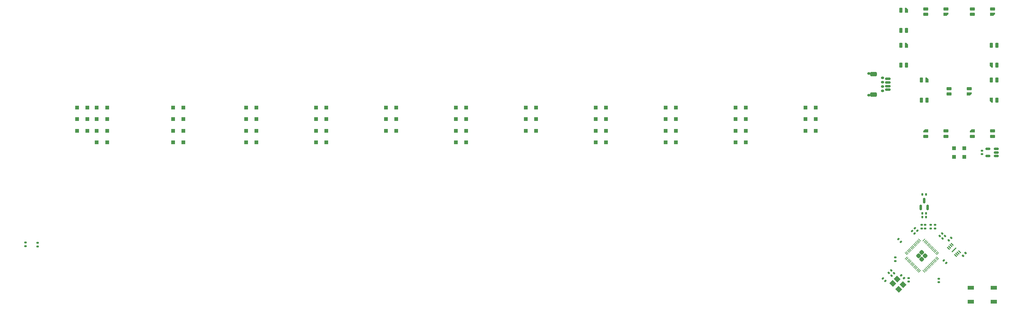
<source format=gbr>
%TF.GenerationSoftware,KiCad,Pcbnew,8.0.5*%
%TF.CreationDate,2024-09-30T13:41:40+02:00*%
%TF.ProjectId,eurovISOn,6575726f-7649-4534-9f6e-2e6b69636164,rev?*%
%TF.SameCoordinates,Original*%
%TF.FileFunction,Paste,Bot*%
%TF.FilePolarity,Positive*%
%FSLAX46Y46*%
G04 Gerber Fmt 4.6, Leading zero omitted, Abs format (unit mm)*
G04 Created by KiCad (PCBNEW 8.0.5) date 2024-09-30 13:41:40*
%MOMM*%
%LPD*%
G01*
G04 APERTURE LIST*
G04 Aperture macros list*
%AMRoundRect*
0 Rectangle with rounded corners*
0 $1 Rounding radius*
0 $2 $3 $4 $5 $6 $7 $8 $9 X,Y pos of 4 corners*
0 Add a 4 corners polygon primitive as box body*
4,1,4,$2,$3,$4,$5,$6,$7,$8,$9,$2,$3,0*
0 Add four circle primitives for the rounded corners*
1,1,$1+$1,$2,$3*
1,1,$1+$1,$4,$5*
1,1,$1+$1,$6,$7*
1,1,$1+$1,$8,$9*
0 Add four rect primitives between the rounded corners*
20,1,$1+$1,$2,$3,$4,$5,0*
20,1,$1+$1,$4,$5,$6,$7,0*
20,1,$1+$1,$6,$7,$8,$9,0*
20,1,$1+$1,$8,$9,$2,$3,0*%
%AMRotRect*
0 Rectangle, with rotation*
0 The origin of the aperture is its center*
0 $1 length*
0 $2 width*
0 $3 Rotation angle, in degrees counterclockwise*
0 Add horizontal line*
21,1,$1,$2,0,0,$3*%
%AMFreePoly0*
4,1,18,-0.410000,0.593000,-0.403758,0.624380,-0.385983,0.650983,-0.359380,0.668758,-0.328000,0.675000,0.328000,0.675000,0.359380,0.668758,0.385983,0.650983,0.403758,0.624380,0.410000,0.593000,0.410000,-0.593000,0.403758,-0.624380,0.385983,-0.650983,0.359380,-0.668758,0.328000,-0.675000,0.000000,-0.675000,-0.410000,-0.265000,-0.410000,0.593000,-0.410000,0.593000,$1*%
G04 Aperture macros list end*
%ADD10RoundRect,0.150000X0.150000X-0.587500X0.150000X0.587500X-0.150000X0.587500X-0.150000X-0.587500X0*%
%ADD11RoundRect,0.250000X0.300000X0.300000X-0.300000X0.300000X-0.300000X-0.300000X0.300000X-0.300000X0*%
%ADD12RoundRect,0.140000X-0.219203X-0.021213X-0.021213X-0.219203X0.219203X0.021213X0.021213X0.219203X0*%
%ADD13RoundRect,0.082000X-0.328000X-0.593000X0.328000X-0.593000X0.328000X0.593000X-0.328000X0.593000X0*%
%ADD14FreePoly0,0.000000*%
%ADD15RoundRect,0.140000X0.219203X0.021213X0.021213X0.219203X-0.219203X-0.021213X-0.021213X-0.219203X0*%
%ADD16RoundRect,0.082000X-0.593000X0.328000X-0.593000X-0.328000X0.593000X-0.328000X0.593000X0.328000X0*%
%ADD17FreePoly0,270.000000*%
%ADD18RoundRect,0.250000X-0.300000X-0.300000X0.300000X-0.300000X0.300000X0.300000X-0.300000X0.300000X0*%
%ADD19RoundRect,0.082000X0.328000X0.593000X-0.328000X0.593000X-0.328000X-0.593000X0.328000X-0.593000X0*%
%ADD20FreePoly0,180.000000*%
%ADD21RoundRect,0.140000X-0.170000X0.140000X-0.170000X-0.140000X0.170000X-0.140000X0.170000X0.140000X0*%
%ADD22RoundRect,0.135000X-0.185000X0.135000X-0.185000X-0.135000X0.185000X-0.135000X0.185000X0.135000X0*%
%ADD23RoundRect,0.150000X0.625000X-0.150000X0.625000X0.150000X-0.625000X0.150000X-0.625000X-0.150000X0*%
%ADD24RoundRect,0.250000X0.650000X-0.350000X0.650000X0.350000X-0.650000X0.350000X-0.650000X-0.350000X0*%
%ADD25RoundRect,0.250000X0.413257X0.000000X0.000000X0.413257X-0.413257X0.000000X0.000000X-0.413257X0*%
%ADD26RoundRect,0.050000X0.309359X-0.238649X-0.238649X0.309359X-0.309359X0.238649X0.238649X-0.309359X0*%
%ADD27RoundRect,0.050000X0.309359X0.238649X0.238649X0.309359X-0.309359X-0.238649X-0.238649X-0.309359X0*%
%ADD28RoundRect,0.140000X0.170000X-0.140000X0.170000X0.140000X-0.170000X0.140000X-0.170000X-0.140000X0*%
%ADD29RoundRect,0.082000X0.593000X-0.328000X0.593000X0.328000X-0.593000X0.328000X-0.593000X-0.328000X0*%
%ADD30FreePoly0,90.000000*%
%ADD31RoundRect,0.150000X0.512500X0.150000X-0.512500X0.150000X-0.512500X-0.150000X0.512500X-0.150000X0*%
%ADD32RoundRect,0.140000X0.021213X-0.219203X0.219203X-0.021213X-0.021213X0.219203X-0.219203X0.021213X0*%
%ADD33RoundRect,0.140000X-0.140000X-0.170000X0.140000X-0.170000X0.140000X0.170000X-0.140000X0.170000X0*%
%ADD34RotRect,1.400000X1.200000X315.000000*%
%ADD35RoundRect,0.140000X0.140000X0.170000X-0.140000X0.170000X-0.140000X-0.170000X0.140000X-0.170000X0*%
%ADD36RoundRect,0.135000X-0.226274X-0.035355X-0.035355X-0.226274X0.226274X0.035355X0.035355X0.226274X0*%
%ADD37RotRect,0.900000X0.300000X135.000000*%
%ADD38RotRect,1.650000X0.250000X45.000000*%
%ADD39RoundRect,0.150000X0.275000X-0.150000X0.275000X0.150000X-0.275000X0.150000X-0.275000X-0.150000X0*%
%ADD40RoundRect,0.175000X0.225000X-0.175000X0.225000X0.175000X-0.225000X0.175000X-0.225000X-0.175000X0*%
%ADD41RoundRect,0.140000X-0.021213X0.219203X-0.219203X0.021213X0.021213X-0.219203X0.219203X-0.021213X0*%
%ADD42RoundRect,0.135000X0.035355X-0.226274X0.226274X-0.035355X-0.035355X0.226274X-0.226274X0.035355X0*%
%ADD43R,1.700000X1.000000*%
G04 APERTURE END LIST*
D10*
%TO.C,U4*%
X263681250Y-73312500D03*
X261781250Y-73312500D03*
X262731250Y-71437500D03*
%TD*%
D11*
%TO.C,D3*%
X60931250Y-46037500D03*
X58131250Y-46037500D03*
%TD*%
D12*
%TO.C,C3*%
X251460141Y-92668543D03*
X252138963Y-93347365D03*
%TD*%
D13*
%TO.C,LED2*%
X282531250Y-38550000D03*
X281031250Y-38550000D03*
X282531250Y-44000000D03*
D14*
X281031250Y-44000000D03*
%TD*%
D11*
%TO.C,D40*%
X60931250Y-55562500D03*
X58131250Y-55562500D03*
%TD*%
D15*
%TO.C,C9*%
X260853629Y-79683280D03*
X260174807Y-79004458D03*
%TD*%
D16*
%TO.C,LED1*%
X281331250Y-53931250D03*
X281331250Y-52431250D03*
X275881250Y-53931250D03*
D17*
X275881250Y-52431250D03*
%TD*%
D11*
%TO.C,D33*%
X156975000Y-52387500D03*
X154175000Y-52387500D03*
%TD*%
D18*
%TO.C,D14*%
X31937500Y-49212500D03*
X34737500Y-49212500D03*
%TD*%
%TO.C,D26*%
X31937500Y-52387500D03*
X34737500Y-52387500D03*
%TD*%
D19*
%TO.C,LED7*%
X256425000Y-34475000D03*
X257925000Y-34475000D03*
X256425000Y-29025000D03*
D20*
X257925000Y-29025000D03*
%TD*%
D21*
%TO.C,C2*%
X258514600Y-92592144D03*
X258514600Y-93552144D03*
%TD*%
D11*
%TO.C,D24*%
X214125000Y-49212500D03*
X211325000Y-49212500D03*
%TD*%
%TO.C,D42*%
X99825000Y-55562500D03*
X97025000Y-55562500D03*
%TD*%
D21*
%TO.C,C11*%
X266700000Y-92788750D03*
X266700000Y-93748750D03*
%TD*%
D11*
%TO.C,D23*%
X195075000Y-49212500D03*
X192275000Y-49212500D03*
%TD*%
%TO.C,D28*%
X60931250Y-52387500D03*
X58131250Y-52387500D03*
%TD*%
%TO.C,D6*%
X118875000Y-46037500D03*
X116075000Y-46037500D03*
%TD*%
D13*
%TO.C,LED3*%
X282531250Y-29025000D03*
X281031250Y-29025000D03*
X282531250Y-34475000D03*
D14*
X281031250Y-34475000D03*
%TD*%
D22*
%TO.C,R5*%
X264475000Y-78071250D03*
X264475000Y-79091250D03*
%TD*%
D11*
%TO.C,D4*%
X80775000Y-46037500D03*
X77975000Y-46037500D03*
%TD*%
%TO.C,D7*%
X137925000Y-46037500D03*
X135125000Y-46037500D03*
%TD*%
%TO.C,D10*%
X195075000Y-46037500D03*
X192275000Y-46037500D03*
%TD*%
%TO.C,D9*%
X176025000Y-46037500D03*
X173225000Y-46037500D03*
%TD*%
D16*
%TO.C,LED9*%
X268631250Y-53931250D03*
X268631250Y-52431250D03*
X263181250Y-53931250D03*
D17*
X263181250Y-52431250D03*
%TD*%
D11*
%TO.C,D25*%
X233175000Y-49212500D03*
X230375000Y-49212500D03*
%TD*%
%TO.C,D22*%
X176025000Y-49212500D03*
X173225000Y-49212500D03*
%TD*%
D23*
%TO.C,J2*%
X252825000Y-41187500D03*
X252825000Y-40187500D03*
X252825000Y-39187500D03*
X252825000Y-38187500D03*
D24*
X248950000Y-42487500D03*
X248950000Y-36887500D03*
%TD*%
D25*
%TO.C,U3*%
X262093750Y-87420311D03*
X262995311Y-86518750D03*
X261192189Y-86518750D03*
X262093750Y-85617189D03*
D26*
X266362907Y-87110952D03*
X266080064Y-87393795D03*
X265797222Y-87676637D03*
X265514379Y-87959480D03*
X265231536Y-88242323D03*
X264948694Y-88525165D03*
X264665851Y-88808008D03*
X264383008Y-89090851D03*
X264100165Y-89373694D03*
X263817323Y-89656536D03*
X263534480Y-89939379D03*
X263251637Y-90222222D03*
X262968795Y-90505064D03*
X262685952Y-90787907D03*
D27*
X261501548Y-90787907D03*
X261218705Y-90505064D03*
X260935863Y-90222222D03*
X260653020Y-89939379D03*
X260370177Y-89656536D03*
X260087335Y-89373694D03*
X259804492Y-89090851D03*
X259521649Y-88808008D03*
X259238806Y-88525165D03*
X258955964Y-88242323D03*
X258673121Y-87959480D03*
X258390278Y-87676637D03*
X258107436Y-87393795D03*
X257824593Y-87110952D03*
D26*
X257824593Y-85926548D03*
X258107436Y-85643705D03*
X258390278Y-85360863D03*
X258673121Y-85078020D03*
X258955964Y-84795177D03*
X259238806Y-84512335D03*
X259521649Y-84229492D03*
X259804492Y-83946649D03*
X260087335Y-83663806D03*
X260370177Y-83380964D03*
X260653020Y-83098121D03*
X260935863Y-82815278D03*
X261218705Y-82532436D03*
X261501548Y-82249593D03*
D27*
X262685952Y-82249593D03*
X262968795Y-82532436D03*
X263251637Y-82815278D03*
X263534480Y-83098121D03*
X263817323Y-83380964D03*
X264100165Y-83663806D03*
X264383008Y-83946649D03*
X264665851Y-84229492D03*
X264948694Y-84512335D03*
X265231536Y-84795177D03*
X265514379Y-85078020D03*
X265797222Y-85360863D03*
X266080064Y-85643705D03*
X266362907Y-85926548D03*
%TD*%
D11*
%TO.C,D31*%
X118875000Y-52387500D03*
X116075000Y-52387500D03*
%TD*%
%TO.C,D12*%
X233175000Y-46037500D03*
X230375000Y-46037500D03*
%TD*%
D28*
%TO.C,C8*%
X262093750Y-79061250D03*
X262093750Y-78101250D03*
%TD*%
%TO.C,C1*%
X278473876Y-58774739D03*
X278473876Y-57814739D03*
%TD*%
D29*
%TO.C,LED10*%
X269531250Y-40850000D03*
X269531250Y-42350000D03*
X274981250Y-40850000D03*
D30*
X274981250Y-42350000D03*
%TD*%
D31*
%TO.C,U1*%
X282336376Y-57344739D03*
X282336376Y-58294739D03*
X282336376Y-59244739D03*
X280061376Y-59244739D03*
X280061376Y-57344739D03*
%TD*%
D32*
%TO.C,C18*%
X269409646Y-82283577D03*
X270088468Y-81604755D03*
%TD*%
D15*
%TO.C,C10*%
X260146324Y-80447636D03*
X259467502Y-79768814D03*
%TD*%
D29*
%TO.C,LED5*%
X263181250Y-19093750D03*
X263181250Y-20593750D03*
X268631250Y-19093750D03*
D30*
X268631250Y-20593750D03*
%TD*%
D22*
%TO.C,R1*%
X254827500Y-86961250D03*
X254827500Y-87981250D03*
%TD*%
D11*
%TO.C,D29*%
X80775000Y-52387500D03*
X77975000Y-52387500D03*
%TD*%
D33*
%TO.C,C16*%
X262251250Y-69800000D03*
X263211250Y-69800000D03*
%TD*%
D34*
%TO.C,Y1*%
X255408364Y-92877185D03*
X256963999Y-94432820D03*
X255761918Y-95634901D03*
X254206283Y-94079266D03*
%TD*%
D33*
%TO.C,C7*%
X262251250Y-74950000D03*
X263211250Y-74950000D03*
%TD*%
D32*
%TO.C,C15*%
X266971082Y-81108955D03*
X267649904Y-80430133D03*
%TD*%
D11*
%TO.C,D18*%
X99825000Y-49212500D03*
X97025000Y-49212500D03*
%TD*%
D35*
%TO.C,C17*%
X263211250Y-75943750D03*
X262251250Y-75943750D03*
%TD*%
D11*
%TO.C,D39*%
X40106250Y-55562500D03*
X37306250Y-55562500D03*
%TD*%
D36*
%TO.C,R6*%
X256492578Y-91898451D03*
X257213826Y-92619699D03*
%TD*%
D22*
%TO.C,R4*%
X265662500Y-78071250D03*
X265662500Y-79091250D03*
%TD*%
D11*
%TO.C,D8*%
X156975000Y-46037500D03*
X154175000Y-46037500D03*
%TD*%
%TO.C,D16*%
X60931250Y-49212500D03*
X58131250Y-49212500D03*
%TD*%
D37*
%TO.C,IC1*%
X272345280Y-85390869D03*
X271991726Y-85744423D03*
X271638173Y-86097976D03*
X271284619Y-86451530D03*
X269304720Y-84471631D03*
X269658274Y-84118077D03*
X270011827Y-83764524D03*
X270365381Y-83410970D03*
D38*
X270825000Y-84931250D03*
%TD*%
D11*
%TO.C,D35*%
X195075000Y-52387500D03*
X192275000Y-52387500D03*
%TD*%
D39*
%TO.C,J3*%
X251425000Y-41487500D03*
X251425000Y-40287500D03*
X251425000Y-39087500D03*
X251425000Y-37887500D03*
D40*
X247650000Y-42637500D03*
X247650000Y-36737500D03*
%TD*%
D11*
%TO.C,D46*%
X214125000Y-55562500D03*
X211325000Y-55562500D03*
%TD*%
D18*
%TO.C,D1*%
X31937500Y-46037500D03*
X34737500Y-46037500D03*
%TD*%
D12*
%TO.C,C13*%
X268104339Y-87766839D03*
X268783161Y-88445661D03*
%TD*%
D11*
%TO.C,D2*%
X40106250Y-46037500D03*
X37306250Y-46037500D03*
%TD*%
%TO.C,D37*%
X233175000Y-52387500D03*
X230375000Y-52387500D03*
%TD*%
%TO.C,D13*%
X273656250Y-57150000D03*
X270856250Y-57150000D03*
%TD*%
%TO.C,D15*%
X40106250Y-49212500D03*
X37306250Y-49212500D03*
%TD*%
%TO.C,D43*%
X137925000Y-55562500D03*
X135125000Y-55562500D03*
%TD*%
D41*
%TO.C,C6*%
X253754001Y-90521133D03*
X253075179Y-91199955D03*
%TD*%
D22*
%TO.C,R8*%
X17893094Y-82909862D03*
X17893094Y-83929862D03*
%TD*%
D11*
%TO.C,D41*%
X80775000Y-55562500D03*
X77975000Y-55562500D03*
%TD*%
%TO.C,D45*%
X195075000Y-55562500D03*
X192275000Y-55562500D03*
%TD*%
D29*
%TO.C,LED4*%
X275881250Y-19093750D03*
X275881250Y-20593750D03*
X281331250Y-19093750D03*
D30*
X281331250Y-20593750D03*
%TD*%
D11*
%TO.C,D17*%
X80775000Y-49212500D03*
X77975000Y-49212500D03*
%TD*%
%TO.C,D38*%
X273656250Y-59531250D03*
X270856250Y-59531250D03*
%TD*%
%TO.C,D20*%
X137925000Y-49212500D03*
X135125000Y-49212500D03*
%TD*%
%TO.C,D34*%
X176025000Y-52387500D03*
X173225000Y-52387500D03*
%TD*%
%TO.C,D21*%
X156975000Y-49212500D03*
X154175000Y-49212500D03*
%TD*%
%TO.C,D36*%
X214125000Y-52387500D03*
X211325000Y-52387500D03*
%TD*%
D28*
%TO.C,C4*%
X263016372Y-79061250D03*
X263016372Y-78101250D03*
%TD*%
D11*
%TO.C,D44*%
X176025000Y-55562500D03*
X173225000Y-55562500D03*
%TD*%
D15*
%TO.C,C12*%
X256418568Y-82676050D03*
X255739746Y-81997228D03*
%TD*%
D11*
%TO.C,D30*%
X99825000Y-52387500D03*
X97025000Y-52387500D03*
%TD*%
%TO.C,D11*%
X214125000Y-46037500D03*
X211325000Y-46037500D03*
%TD*%
D41*
%TO.C,C14*%
X254497562Y-91239171D03*
X253818740Y-91917993D03*
%TD*%
D11*
%TO.C,D5*%
X99825000Y-46037500D03*
X97025000Y-46037500D03*
%TD*%
D19*
%TO.C,LED6*%
X256425000Y-24950000D03*
X257925000Y-24950000D03*
X256425000Y-19500000D03*
D20*
X257925000Y-19500000D03*
%TD*%
D11*
%TO.C,D32*%
X137925000Y-52387500D03*
X135125000Y-52387500D03*
%TD*%
%TO.C,D27*%
X40106250Y-52387500D03*
X37306250Y-52387500D03*
%TD*%
D32*
%TO.C,C5*%
X267764689Y-81797709D03*
X268443511Y-81118887D03*
%TD*%
D19*
%TO.C,LED8*%
X261981250Y-44000000D03*
X263481250Y-44000000D03*
X261981250Y-38550000D03*
D20*
X263481250Y-38550000D03*
%TD*%
D42*
%TO.C,R9*%
X273313268Y-86503380D03*
X274034516Y-85782132D03*
%TD*%
D43*
%TO.C,SW1*%
X275431250Y-99075000D03*
X281731250Y-99075000D03*
X275431250Y-95275000D03*
X281731250Y-95275000D03*
%TD*%
D22*
%TO.C,R10*%
X21205000Y-82943750D03*
X21205000Y-83963750D03*
%TD*%
D11*
%TO.C,D19*%
X118875000Y-49212500D03*
X116075000Y-49212500D03*
%TD*%
M02*

</source>
